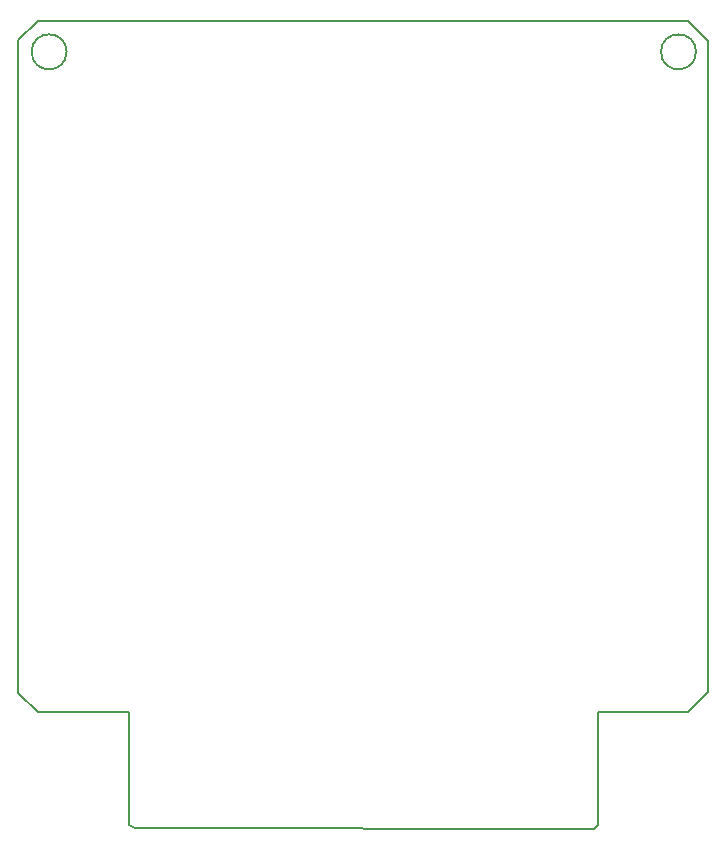
<source format=gbr>
%TF.GenerationSoftware,KiCad,Pcbnew,9.0.0*%
%TF.CreationDate,2025-05-02T13:48:10-04:00*%
%TF.ProjectId,cbm2rrcart,63626d32-7272-4636-9172-742e6b696361,rev?*%
%TF.SameCoordinates,Original*%
%TF.FileFunction,Profile,NP*%
%FSLAX46Y46*%
G04 Gerber Fmt 4.6, Leading zero omitted, Abs format (unit mm)*
G04 Created by KiCad (PCBNEW 9.0.0) date 2025-05-02 13:48:10*
%MOMM*%
%LPD*%
G01*
G04 APERTURE LIST*
%TA.AperFunction,Profile*%
%ADD10C,0.150000*%
%TD*%
G04 APERTURE END LIST*
D10*
X181846462Y-55880000D02*
G75*
G02*
X178884338Y-55880000I-1481062J0D01*
G01*
X178884338Y-55880000D02*
G75*
G02*
X181846462Y-55880000I1481062J0D01*
G01*
X133858000Y-111810800D02*
X126136400Y-111810800D01*
X124460000Y-110134400D02*
X124485400Y-54914800D01*
X181203600Y-111760000D02*
X173583600Y-111760000D01*
X182880000Y-110083600D02*
X182854600Y-54940200D01*
X128557262Y-55880000D02*
G75*
G02*
X125595138Y-55880000I-1481062J0D01*
G01*
X125595138Y-55880000D02*
G75*
G02*
X128557262Y-55880000I1481062J0D01*
G01*
X124485400Y-54914800D02*
X126161800Y-53238400D01*
X173583600Y-111760000D02*
X173583600Y-121310400D01*
X182854600Y-54940200D02*
X181178200Y-53263800D01*
X134315200Y-121615200D02*
X133858000Y-121310400D01*
X126161800Y-53238400D02*
X181178200Y-53263800D01*
X173228000Y-121666000D02*
X134315200Y-121615200D01*
X133858000Y-121310400D02*
X133858000Y-111810800D01*
X181203600Y-111760000D02*
X182880000Y-110083600D01*
X173583600Y-121310400D02*
X173228000Y-121666000D01*
X126136400Y-111810800D02*
X124460000Y-110134400D01*
M02*

</source>
